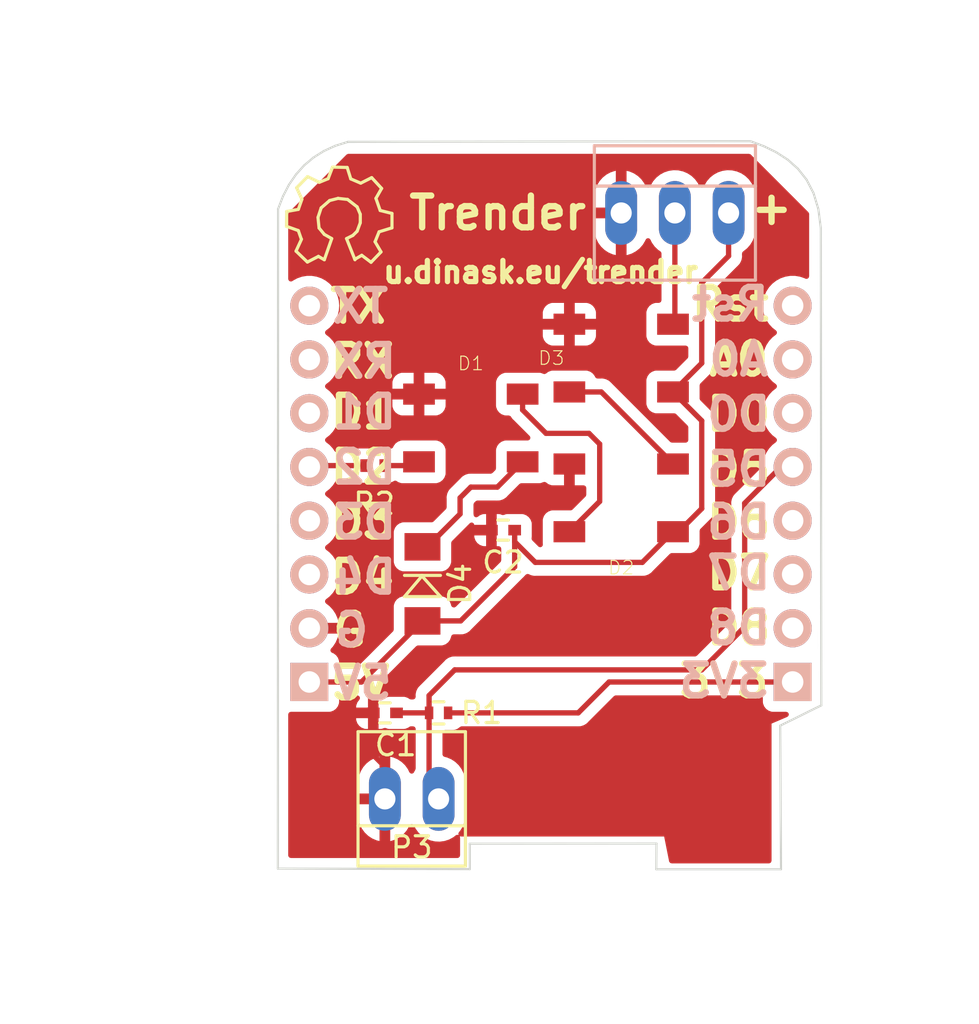
<source format=kicad_pcb>
(kicad_pcb (version 20221018) (generator pcbnew)
  (title_block (title "SweetTime") (date "2016-06-27") (rev "2.0") (company "Galilabs") (comment 1 "Fablab Lannion") (comment 2 "http://u.dinask.eu/trender"))
  (layers (0 "F.Cu" signal) (31 "B.Cu" signal) (34 "B.Paste" user) (35 "F.Paste" user) (36 "B.SilkS" user "B.Silkscreen") (37 "F.SilkS" user "F.Silkscreen") (38 "B.Mask" user) (39 "F.Mask" user) (44 "Edge.Cuts" user))
  (net 0 "")
  (net 1 "/+5V")
  (net 2 "/D4")
  (net 3 "/D3")
  (net 4 "/D2")
  (net 5 "/D1")
  (net 6 "/RX")
  (net 7 "/TX")
  (net 8 "/+3.3V")
  (net 9 "/D8")
  (net 10 "/D7")
  (net 11 "/D6")
  (net 12 "/D5")
  (net 13 "/D0")
  (net 14 "/A0")
  (net 15 "/RST")
  (net 16 "GND")
  (net 17 "Net-(D1-Pad1)")
  (net 18 "Net-(D1-Pad2)")
  (net 19 "Net-(D2-Pad2)")
  (net 20 "Net-(D3-Pad2)")
  (net 21 "Net-(D1-Pad4)")
  (footprint "D1_mini:OSHW" (layer "F.Cu") (at 128.9 82.1)
    (fp_text reference "" hide)
    (fp_text value "OSHW" hide)
    (fp_line (start -2.4892 0.32004) (end -1.9304 0.5207) (stroke (width 0.15)) (layer "F.SilkS"))
    (fp_line (start -2.47904 -0.381) (end -2.4892 0.32004) (stroke (width 0.15)) (layer "F.SilkS"))
    (fp_line (start -2.03962 1.49098) (end -1.50114 2.00914) (stroke (width 0.15)) (layer "F.SilkS"))
    (fp_line (start -2.00914 -1.50114) (end -1.76022 -0.96012) (stroke (width 0.15)) (layer "F.SilkS"))
    (fp_line (start -1.9304 -0.48006) (end -2.47904 -0.381) (stroke (width 0.15)) (layer "F.SilkS"))
    (fp_line (start -1.9304 0.5207) (end -1.7907 0.91948) (stroke (width 0.15)) (layer "F.SilkS"))
    (fp_line (start -1.78054 0.92964) (end -2.03962 1.49098) (stroke (width 0.15)) (layer "F.SilkS"))
    (fp_line (start -1.76022 -0.96012) (end -1.9304 -0.48006) (stroke (width 0.15)) (layer "F.SilkS"))
    (fp_line (start -1.50114 2.00914) (end -0.98044 1.7399) (stroke (width 0.15)) (layer "F.SilkS"))
    (fp_line (start -1.49098 -2.02946) (end -2.00914 -1.50114) (stroke (width 0.15)) (layer "F.SilkS"))
    (fp_line (start -1.00076 -0.09906) (end -0.94996 0.39878) (stroke (width 0.15)) (layer "F.SilkS"))
    (fp_line (start -0.98044 1.7399) (end -0.70104 1.89992) (stroke (width 0.15)) (layer "F.SilkS"))
    (fp_line (start -0.94996 0.39878) (end -0.70104 0.70104) (stroke (width 0.15)) (layer "F.SilkS"))
    (fp_line (start -0.9398 -1.76022) (end -1.49098 -2.02946) (stroke (width 0.15)) (layer "F.SilkS"))
    (fp_line (start -0.8509 -0.55118) (end -1.00076 -0.09906) (stroke (width 0.15)) (layer "F.SilkS"))
    (fp_line (start -0.70104 0.70104) (end -0.35052 0.89916) (stroke (width 0.15)) (layer "F.SilkS"))
    (fp_line (start -0.5207 -1.9304) (end -0.9398 -1.76022) (stroke (width 0.15)) (layer "F.SilkS"))
    (fp_line (start -0.44958 -0.89916) (end -0.8509 -0.55118) (stroke (width 0.15)) (layer "F.SilkS"))
    (fp_line (start -0.35052 0.89916) (end -0.70104 1.89992) (stroke (width 0.15)) (layer "F.SilkS"))
    (fp_line (start -0.30988 -2.47904) (end -0.5207 -1.9304) (stroke (width 0.15)) (layer "F.SilkS"))
    (fp_line (start -0.0508 -1.00076) (end -0.44958 -0.89916) (stroke (width 0.15)) (layer "F.SilkS"))
    (fp_line (start 0.35052 0.89916) (end 0.65024 0.7493) (stroke (width 0.15)) (layer "F.SilkS"))
    (fp_line (start 0.35052 0.89916) (end 0.7493 1.89992) (stroke (width 0.15)) (layer "F.SilkS"))
    (fp_line (start 0.381 -2.46126) (end -0.30988 -2.47904) (stroke (width 0.15)) (layer "F.SilkS"))
    (fp_line (start 0.39878 -0.94996) (end -0.0508 -1.00076) (stroke (width 0.15)) (layer "F.SilkS"))
    (fp_line (start 0.55118 -1.92024) (end 0.381 -2.46126) (stroke (width 0.15)) (layer "F.SilkS"))
    (fp_line (start 0.65024 0.7493) (end 0.8509 0.55118) (stroke (width 0.15)) (layer "F.SilkS"))
    (fp_line (start 0.73914 1.8796) (end 1.06934 1.6891) (stroke (width 0.15)) (layer "F.SilkS"))
    (fp_line (start 0.8509 -0.59944) (end 0.39878 -0.94996) (stroke (width 0.15)) (layer "F.SilkS"))
    (fp_line (start 0.8509 0.55118) (end 1.00076 0.14986) (stroke (width 0.15)) (layer "F.SilkS"))
    (fp_line (start 1.00076 -0.24892) (end 0.8509 -0.59944) (stroke (width 0.15)) (layer "F.SilkS"))
    (fp_line (start 1.00076 0.14986) (end 1.00076 -0.24892) (stroke (width 0.15)) (layer "F.SilkS"))
    (fp_line (start 1.02108 -1.71958) (end 0.55118 -1.92024) (stroke (width 0.15)) (layer "F.SilkS"))
    (fp_line (start 1.06934 1.6891) (end 1.50876 2.0193) (stroke (width 0.15)) (layer "F.SilkS"))
    (fp_line (start 1.50876 2.0193) (end 1.9812 1.52908) (stroke (width 0.15)) (layer "F.SilkS"))
    (fp_line (start 1.53924 -1.9812) (end 1.02108 -1.71958) (stroke (width 0.15)) (layer "F.SilkS"))
    (fp_line (start 1.69926 1.04902) (end 1.88976 0.57912) (stroke (width 0.15)) (layer "F.SilkS"))
    (fp_line (start 1.7399 -1.00076) (end 2.00914 -1.47066) (stroke (width 0.15)) (layer "F.SilkS"))
    (fp_line (start 1.88976 0.57912) (end 2.49936 0.39116) (stroke (width 0.15)) (layer "F.SilkS"))
    (fp_line (start 1.94056 -0.42926) (end 1.7399 -1.00076) (stroke (width 0.15)) (layer "F.SilkS"))
    (fp_line (start 1.9812 1.52908) (end 1.69926 1.04902) (stroke (width 0.15)) (layer "F.SilkS"))
    (fp_line (start 2.00914 -1.47066) (end 1.53924 -1.9812) (stroke (width 0.15)) (layer "F.SilkS"))
    (fp_line (start 2.49936 -0.28956) (end 1.94056 -0.42926) (stroke (width 0.15)) (layer "F.SilkS"))
    (fp_line (start 2.49936 0.39116) (end 2.49936 -0.28956) (stroke (width 0.15)) (layer "F.SilkS"))
  )
  (footprint "Capacitors_SMD:C_0402" (layer "F.Cu") (at 131.064 105.41 180)
    (fp_text reference "C1" (at -0.508 -1.524 180) (layer "F.SilkS"))
    (fp_text value "10n" hide)
    (fp_line (start -0.25 0.475) (end 0.25 0.475) (stroke (width 0.15)) (layer "F.SilkS"))
    (fp_line (start 0.25 -0.475) (end -0.25 -0.475) (stroke (width 0.15)) (layer "F.SilkS"))
    (pad "1" smd rect (at -0.55 0 180) (size 0.6 0.5) (layers "F.Cu" "F.Paste" "F.Mask") (net 12 "/D5"))
    (pad "2" smd rect (at 0.55 0 180) (size 0.6 0.5) (layers "F.Cu" "F.Paste" "F.Mask") (net 16 "GND"))
  )
  (footprint "WS2812B:LED_WS2812B" (layer "F.Cu") (at 135.128 91.948 180)
    (fp_text reference "D1" (at 0 3.048 180) (layer "F.SilkS") (effects (font (size 0.64 0.64) (thickness 0.05))))
    (fp_text value "WS2812B" hide)
    (pad "1" smd rect (at -2.45 -1.6 270) (size 1 1.5) (layers "F.Cu" "F.Paste" "F.Mask") (net 17 "Net-(D1-Pad1)"))
    (pad "2" smd rect (at -2.45 1.6 270) (size 1 1.5) (layers "F.Cu" "F.Paste" "F.Mask") (net 18 "Net-(D1-Pad2)"))
    (pad "3" smd rect (at 2.45 1.6 270) (size 1 1.5) (layers "F.Cu" "F.Paste" "F.Mask") (net 16 "GND"))
    (pad "4" smd rect (at 2.45 -1.6 270) (size 1 1.5) (layers "F.Cu" "F.Paste" "F.Mask") (net 21 "Net-(D1-Pad4)"))
  )
  (footprint "WS2812B:LED_WS2812B" (layer "F.Cu") (at 142.24 95.25 180)
    (fp_text reference "D2" (at 0 -3.302 180) (layer "F.SilkS") (effects (font (size 0.64 0.64) (thickness 0.05))))
    (fp_text value "WS2812B" hide)
    (pad "1" smd rect (at -2.45 -1.6 270) (size 1 1.5) (layers "F.Cu" "F.Paste" "F.Mask") (net 1 "/+5V"))
    (pad "2" smd rect (at -2.45 1.6 270) (size 1 1.5) (layers "F.Cu" "F.Paste" "F.Mask") (net 19 "Net-(D2-Pad2)"))
    (pad "3" smd rect (at 2.45 1.6 270) (size 1 1.5) (layers "F.Cu" "F.Paste" "F.Mask") (net 16 "GND"))
    (pad "4" smd rect (at 2.45 -1.6 270) (size 1 1.5) (layers "F.Cu" "F.Paste" "F.Mask") (net 18 "Net-(D1-Pad2)"))
  )
  (footprint "WS2812B:LED_WS2812B" (layer "F.Cu") (at 142.24 88.646 180)
    (fp_text reference "D3" (at 3.302 0 180) (layer "F.SilkS") (effects (font (size 0.64 0.64) (thickness 0.05))))
    (fp_text value "WS2812B" hide)
    (pad "1" smd rect (at -2.45 -1.6 270) (size 1 1.5) (layers "F.Cu" "F.Paste" "F.Mask") (net 1 "/+5V"))
    (pad "2" smd rect (at -2.45 1.6 270) (size 1 1.5) (layers "F.Cu" "F.Paste" "F.Mask") (net 20 "Net-(D3-Pad2)"))
    (pad "3" smd rect (at 2.45 1.6 270) (size 1 1.5) (layers "F.Cu" "F.Paste" "F.Mask") (net 16 "GND"))
    (pad "4" smd rect (at 2.45 -1.6 270) (size 1 1.5) (layers "F.Cu" "F.Paste" "F.Mask") (net 19 "Net-(D2-Pad2)"))
  )
  (footprint "Connect:PINHEAD1-2" (layer "F.Cu") (at 132.334 109.474 180)
    (fp_text reference "P3" (at 0 -2.286 180) (layer "F.SilkS"))
    (fp_text value "CONN_01X02" hide)
    (fp_line (start -2.54 -3.175) (end -2.54 3.175) (stroke (width 0.15)) (layer "F.SilkS"))
    (fp_line (start -2.54 -3.175) (end 2.54 -3.175) (stroke (width 0.15)) (layer "F.SilkS"))
    (fp_line (start 2.54 -3.175) (end 2.54 3.175) (stroke (width 0.15)) (layer "F.SilkS"))
    (fp_line (start 2.54 -1.27) (end -2.54 -1.27) (stroke (width 0.15)) (layer "F.SilkS"))
    (fp_line (start 2.54 3.175) (end -2.54 3.175) (stroke (width 0.15)) (layer "F.SilkS"))
    (pad "1" thru_hole oval (at -1.27 0 180) (size 1.50622 3.01498) (drill 0.99822) (layers "*.Cu" "*.Mask") (net 12 "/D5"))
    (pad "2" thru_hole oval (at 1.27 0 180) (size 1.50622 3.01498) (drill 0.99822) (layers "*.Cu" "*.Mask") (net 16 "GND"))
  )
  (footprint "Resistors_SMD:R_0402" (layer "F.Cu") (at 133.604 105.41 180)
    (fp_text reference "R1" (at -2.032 0 180) (layer "F.SilkS"))
    (fp_text value "10K" hide)
    (fp_line (start -0.25 0.525) (end 0.25 0.525) (stroke (width 0.15)) (layer "F.SilkS"))
    (fp_line (start 0.25 -0.525) (end -0.25 -0.525) (stroke (width 0.15)) (layer "F.SilkS"))
    (pad "1" smd rect (at -0.45 0 180) (size 0.4 0.6) (layers "F.Cu" "F.Paste" "F.Mask") (net 8 "/+3.3V"))
    (pad "2" smd rect (at 0.45 0 180) (size 0.4 0.6) (layers "F.Cu" "F.Paste" "F.Mask") (net 12 "/D5"))
  )
  (footprint "Capacitors_SMD:C_0402" (layer "F.Cu") (at 136.652 96.774 180)
    (fp_text reference "C2" (at 0 -1.524 180) (layer "F.SilkS"))
    (fp_text value "4.7u" hide)
    (fp_line (start -0.25 0.475) (end 0.25 0.475) (stroke (width 0.15)) (layer "F.SilkS"))
    (fp_line (start 0.25 -0.475) (end -0.25 -0.475) (stroke (width 0.15)) (layer "F.SilkS"))
    (pad "1" smd rect (at -0.55 0 180) (size 0.6 0.5) (layers "F.Cu" "F.Paste" "F.Mask") (net 1 "/+5V"))
    (pad "2" smd rect (at 0.55 0 180) (size 0.6 0.5) (layers "F.Cu" "F.Paste" "F.Mask") (net 16 "GND"))
  )
  (footprint "Resistors_SMD:R_0402" (layer "F.Cu") (at 130.556 93.726 180)
    (fp_text reference "R2" (at 0 -1.8 180) (layer "F.SilkS"))
    (fp_text value "470" hide)
    (fp_line (start -0.25 0.525) (end 0.25 0.525) (stroke (width 0.15)) (layer "F.SilkS"))
    (fp_line (start 0.25 -0.525) (end -0.25 -0.525) (stroke (width 0.15)) (layer "F.SilkS"))
    (pad "1" smd rect (at -0.45 0 180) (size 0.4 0.6) (layers "F.Cu" "F.Paste" "F.Mask") (net 21 "Net-(D1-Pad4)"))
    (pad "2" smd rect (at 0.45 0 180) (size 0.4 0.6) (layers "F.Cu" "F.Paste" "F.Mask") (net 4 "/D2"))
  )
  (footprint "Diodes_SMD:MiniMELF_Standard" (layer "F.Cu") (at 132.842 99.314 -90)
    (fp_text reference "D4" (at 0 -1.778 270) (layer "F.SilkS"))
    (fp_text value "1N4148" hide)
    (fp_line (start -0.40024 -0.85) (end -0.40024 0.85) (stroke (width 0.15)) (layer "F.SilkS"))
    (fp_line (start -0.40024 0.0508) (end 0.60052 -0.85) (stroke (width 0.15)) (layer "F.SilkS"))
    (fp_line (start 0.60052 -0.85) (end 0.60052 0.85) (stroke (width 0.15)) (layer "F.SilkS"))
    (fp_line (start 0.60052 0.85) (end -0.40024 0) (stroke (width 0.15)) (layer "F.SilkS"))
    (pad "1" smd rect (at -1.75006 0 270) (size 1.30048 1.69926) (layers "F.Cu" "F.Paste" "F.Mask") (net 17 "Net-(D1-Pad1)"))
    (pad "2" smd rect (at 1.75006 0 270) (size 1.30048 1.69926) (layers "F.Cu" "F.Paste" "F.Mask") (net 1 "/+5V"))
  )
  (footprint "D1_mini:D1_mini_Pin_Header" (layer "B.Cu") (at 127.49 103.95)
    (fp_text reference "P1" hide)
    (fp_text value "CONN_01X08" hide)
    (pad "1" thru_hole rect (at 0 0) (size 1.8 1.8) (drill 1.016) (layers "*.Cu" "*.Mask" "B.SilkS") (net 1 "/+5V"))
    (pad "2" thru_hole oval (at 0 -2.54) (size 1.8 1.8) (drill 1.016) (layers "*.Cu" "*.Mask" "B.SilkS") (net 16 "GND"))
    (pad "3" thru_hole oval (at 0 -5.08) (size 1.8 1.8) (drill 1.016) (layers "*.Cu" "*.Mask" "B.SilkS") (net 2 "/D4"))
    (pad "4" thru_hole oval (at 0 -7.62) (size 1.8 1.8) (drill 1.016) (layers "*.Cu" "*.Mask" "B.SilkS") (net 3 "/D3"))
    (pad "5" thru_hole oval (at 0 -10.16) (size 1.8 1.8) (drill 1.016) (layers "*.Cu" "*.Mask" "B.SilkS") (net 4 "/D2"))
    (pad "6" thru_hole oval (at 0 -12.7) (size 1.8 1.8) (drill 1.016) (layers "*.Cu" "*.Mask" "B.SilkS") (net 5 "/D1"))
    (pad "7" thru_hole oval (at 0 -15.24) (size 1.8 1.8) (drill 1.016) (layers "*.Cu" "*.Mask" "B.SilkS") (net 6 "/RX"))
    (pad "8" thru_hole oval (at 0 -17.78) (size 1.8 1.8) (drill 1.016) (layers "*.Cu" "*.Mask" "B.SilkS") (net 7 "/TX"))
  )
  (footprint "D1_mini:D1_mini_Pin_Header" (layer "B.Cu") (at 150.35 103.95)
    (fp_text reference "P2" hide)
    (fp_text value "CONN_01X08" hide)
    (pad "1" thru_hole rect (at 0 0) (size 1.8 1.8) (drill 1.016) (layers "*.Cu" "*.Mask" "B.SilkS") (net 8 "/+3.3V"))
    (pad "2" thru_hole oval (at 0 -2.54) (size 1.8 1.8) (drill 1.016) (layers "*.Cu" "*.Mask" "B.SilkS") (net 9 "/D8"))
    (pad "3" thru_hole oval (at 0 -5.08) (size 1.8 1.8) (drill 1.016) (layers "*.Cu" "*.Mask" "B.SilkS") (net 10 "/D7"))
    (pad "4" thru_hole oval (at 0 -7.62) (size 1.8 1.8) (drill 1.016) (layers "*.Cu" "*.Mask" "B.SilkS") (net 11 "/D6"))
    (pad "5" thru_hole oval (at 0 -10.16) (size 1.8 1.8) (drill 1.016) (layers "*.Cu" "*.Mask" "B.SilkS") (net 12 "/D5"))
    (pad "6" thru_hole oval (at 0 -12.7) (size 1.8 1.8) (drill 1.016) (layers "*.Cu" "*.Mask" "B.SilkS") (net 13 "/D0"))
    (pad "7" thru_hole oval (at 0 -15.24) (size 1.8 1.8) (drill 1.016) (layers "*.Cu" "*.Mask" "B.SilkS") (net 14 "/A0"))
    (pad "8" thru_hole oval (at 0 -17.78) (size 1.8 1.8) (drill 1.016) (layers "*.Cu" "*.Mask" "B.SilkS") (net 15 "/RST"))
  )
  (footprint "Connect:PINHEAD1-3" (layer "B.Cu") (at 144.78 81.788 180)
    (fp_text reference "P4" hide)
    (fp_text value "CONN_01X03" hide)
    (fp_line (start -3.81 3.175) (end -3.81 -3.175) (stroke (width 0.15)) (layer "B.SilkS"))
    (fp_line (start -3.81 3.175) (end 3.81 3.175) (stroke (width 0.15)) (layer "B.SilkS"))
    (fp_line (start 3.81 -3.175) (end -3.81 -3.175) (stroke (width 0.15)) (layer "B.SilkS"))
    (fp_line (start 3.81 1.27) (end -3.81 1.27) (stroke (width 0.15)) (layer "B.SilkS"))
    (fp_line (start 3.81 3.175) (end 3.81 -3.175) (stroke (width 0.15)) (layer "B.SilkS"))
    (pad "1" thru_hole oval (at -2.54 0 180) (size 1.50622 3.01498) (drill 0.99822) (layers "*.Cu" "*.Mask") (net 1 "/+5V"))
    (pad "2" thru_hole oval (at 0 0 180) (size 1.50622 3.01498) (drill 0.99822) (layers "*.Cu" "*.Mask") (net 20 "Net-(D3-Pad2)"))
    (pad "3" thru_hole oval (at 2.54 0 180) (size 1.50622 3.01498) (drill 0.99822) (layers "*.Cu" "*.Mask") (net 16 "GND"))
  )
  (gr_line (start 150.596503 79.695342) (end 151.009595 80.21854) (stroke (width 0.1)) (layer "Edge.Cuts"))
  (gr_line (start 126.530099 80.448833) (end 126.864747 79.962423) (stroke (width 0.1)) (layer "Edge.Cuts"))
  (gr_line (start 148.36046 78.398266) (end 148.979824 78.632259) (stroke (width 0.1)) (layer "Edge.Cuts"))
  (gr_line (start 126.246616 80.993714) (end 126.530099 80.448833) (stroke (width 0.1)) (layer "Edge.Cuts"))
  (gr_line (start 148.979824 78.632259) (end 149.568018 78.916742) (stroke (width 0.1)) (layer "Edge.Cuts"))
  (gr_line (start 151.565482 81.605425) (end 151.681078 82.498193) (stroke (width 0.1)) (layer "Edge.Cuts"))
  (gr_line (start 126.013805 81.596507) (end 126.246616 80.993714) (stroke (width 0.1)) (layer "Edge.Cuts"))
  (gr_line (start 151.681078 82.498193) (end 151.706026 105.053285) (stroke (width 0.1)) (layer "Edge.Cuts"))
  (gr_line (start 151.337122 80.850387) (end 151.565482 81.605425) (stroke (width 0.1)) (layer "Edge.Cuts"))
  (gr_line (start 149.568018 78.916742) (end 150.111445 79.266257) (stroke (width 0.1)) (layer "Edge.Cuts"))
  (gr_line (start 143.9 112.8) (end 143.909849 111.583795) (stroke (width 0.1)) (layer "Edge.Cuts"))
  (gr_line (start 151.009595 80.21854) (end 151.337122 80.850387) (stroke (width 0.1)) (layer "Edge.Cuts"))
  (gr_line (start 150.111445 79.266257) (end 150.596503 79.695342) (stroke (width 0.1)) (layer "Edge.Cuts"))
  (gr_line (start 128.72475 78.61269) (end 129.322547 78.427024) (stroke (width 0.1)) (layer "Edge.Cuts"))
  (gr_line (start 127.689488 79.167259) (end 128.18056 78.859623) (stroke (width 0.1)) (layer "Edge.Cuts"))
  (gr_line (start 125.999807 112.766658) (end 126.013805 81.596507) (stroke (width 0.1)) (layer "Edge.Cuts"))
  (gr_line (start 143.909849 111.583795) (end 135.078627 111.590483) (stroke (width 0.1)) (layer "Edge.Cuts"))
  (gr_line (start 149.8 112.8) (end 143.9 112.8) (stroke (width 0.1)) (layer "Edge.Cuts"))
  (gr_line (start 126.864747 79.962423) (end 127.251047 79.535048) (stroke (width 0.1)) (layer "Edge.Cuts"))
  (gr_line (start 135.080603 112.792736) (end 125.999807 112.766658) (stroke (width 0.1)) (layer "Edge.Cuts"))
  (gr_line (start 127.251047 79.535048) (end 127.689488 79.167259) (stroke (width 0.1)) (layer "Edge.Cuts"))
  (gr_line (start 135.078627 111.590483) (end 135.080603 112.792736) (stroke (width 0.1)) (layer "Edge.Cuts"))
  (gr_line (start 129.322547 78.427024) (end 148.36046 78.398266) (stroke (width 0.1)) (layer "Edge.Cuts"))
  (gr_line (start 128.18056 78.859623) (end 128.72475 78.61269) (stroke (width 0.1)) (layer "Edge.Cuts"))
  (gr_line (start 149.76248 106.014181) (end 149.8 112.8) (stroke (width 0.1)) (layer "Edge.Cuts"))
  (gr_line (start 151.706026 105.053285) (end 149.76248 106.014181) (stroke (width 0.1)) (layer "Edge.Cuts"))
  (gr_text "TX" (at 129.9 86.2) (layer "B.SilkS") (effects (font (size 1.5 1.5) (thickness 0.3)) (justify mirror)))
  (gr_text "RX" (at 130.1 88.8) (layer "B.SilkS") (effects (font (size 1.5 1.5) (thickness 0.3)) (justify mirror)))
  (gr_text "D1" (at 130.1 91.2) (layer "B.SilkS") (effects (font (size 1.5 1.5) (thickness 0.3)) (justify mirror)))
  (gr_text "D2" (at 130.1 93.8) (layer "B.SilkS") (effects (font (size 1.5 1.5) (thickness 0.3)) (justify mirror)))
  (gr_text "D3" (at 130.1 96.4) (layer "B.SilkS") (effects (font (size 1.5 1.5) (thickness 0.3)) (justify mirror)))
  (gr_text "D4" (at 130.1 99) (layer "B.SilkS") (effects (font (size 1.5 1.5) (thickness 0.3)) (justify mirror)))
  (gr_text "G" (at 129.5 101.5) (layer "B.SilkS") (effects (font (size 1.5 1.5) (thickness 0.3)) (justify mirror)))
  (gr_text "5V" (at 130 104) (layer "B.SilkS") (effects (font (size 1.5 1.5) (thickness 0.3)) (justify mirror)))
  (gr_text "Rst" (at 147.4 86.1) (layer "B.SilkS") (effects (font (size 1.5 1.5) (thickness 0.3)) (justify mirror)))
  (gr_text "A0" (at 147.8 88.7) (layer "B.SilkS") (effects (font (size 1.5 1.5) (thickness 0.3)) (justify mirror)))
  (gr_text "D0" (at 147.8 91.3) (layer "B.SilkS") (effects (font (size 1.5 1.5) (thickness 0.3)) (justify mirror)))
  (gr_text "D5" (at 147.8 93.9) (layer "B.SilkS") (effects (font (size 1.5 1.5) (thickness 0.3)) (justify mirror)))
  (gr_text "D6" (at 147.8 96.4) (layer "B.SilkS") (effects (font (size 1.5 1.5) (thickness 0.3)) (justify mirror)))
  (gr_text "D7" (at 147.8 98.8) (layer "B.SilkS") (effects (font (size 1.5 1.5) (thickness 0.3)) (justify mirror)))
  (gr_text "D8" (at 147.8 101.4) (layer "B.SilkS") (effects (font (size 1.5 1.5) (thickness 0.3)) (justify mirror)))
  (gr_text "3V3" (at 147.1 103.9) (layer "B.SilkS") (effects (font (size 1.5 1.5) (thickness 0.3)) (justify mirror)))
  (gr_text "D8" (at 147.8 101.4) (layer "F.SilkS") (effects (font (size 1.5 1.5) (thickness 0.3))))
  (gr_text "A0" (at 147.8 88.7) (layer "F.SilkS") (effects (font (size 1.5 1.5) (thickness 0.3))))
  (gr_text "3V3" (at 147.1 103.9) (layer "F.SilkS") (effects (font (size 1.5 1.5) (thickness 0.3))))
  (gr_text "G" (at 129.4 101.5) (layer "F.SilkS") (effects (font (size 1.5 1.5) (thickness 0.3))))
  (gr_text "Rst" (at 147.4 86.1) (layer "F.SilkS") (effects (font (size 1.5 1.5) (thickness 0.3))))
  (gr_text "5V" (at 129.9 104) (layer "F.SilkS") (effects (font (size 1.5 1.5) (thickness 0.3))))
  (gr_text "D2" (at 130 93.8) (layer "F.SilkS") (effects (font (size 1.5 1.5) (thickness 0.3))))
  (gr_text "Trender" (at 136.398 81.788) (layer "F.SilkS") (effects (font (size 1.5 1.5) (thickness 0.3))))
  (gr_text "D5" (at 147.8 93.9) (layer "F.SilkS") (effects (font (size 1.5 1.5) (thickness 0.3))))
  (gr_text "u.dinask.eu/trender" (at 138.43 84.582) (layer "F.SilkS") (effects (font (size 1 1) (thickness 0.25))))
  (gr_text "D6" (at 147.8 96.4) (layer "F.SilkS") (effects (font (size 1.5 1.5) (thickness 0.3))))
  (gr_text "D4" (at 130 99) (layer "F.SilkS") (effects (font (size 1.5 1.5) (thickness 0.3))))
  (gr_text "TX" (at 129.8 86.2) (layer "F.SilkS") (effects (font (size 1.5 1.5) (thickness 0.3))))
  (gr_text "D0" (at 147.8 91.3) (layer "F.SilkS") (effects (font (size 1.5 1.5) (thickness 0.3))))
  (gr_text "D1" (at 130 91.2) (layer "F.SilkS") (effects (font (size 1.5 1.5) (thickness 0.3))))
  (gr_text "RX" (at 130 88.8) (layer "F.SilkS") (effects (font (size 1.5 1.5) (thickness 0.3))))
  (gr_text "D3" (at 130 96.4) (layer "F.SilkS") (effects (font (size 1.5 1.5) (thickness 0.3))))
  (gr_text "+" (at 149.352 81.534) (layer "F.SilkS") (effects (font (size 1.5 1.5) (thickness 0.3))))
  (gr_text "D7" (at 147.8 98.8) (layer "F.SilkS") (effects (font (size 1.5 1.5) (thickness 0.3))))
  (segment (start 129.95606 103.95) (end 132.842 101.06406) (width 0.25) (layer "F.Cu") (net 1))
  (segment (start 144.958 96.85) (end 146.05 95.758) (width 0.25) (layer "F.Cu") (net 1))
  (segment (start 146.05 95.758) (end 146.05 91.606) (width 0.25) (layer "F.Cu") (net 1))
  (segment (start 146.05 91.606) (end 144.69 90.246) (width 0.25) (layer "F.Cu") (net 1))
  (segment (start 137.202 98.51) (end 134.64794 101.06406) (width 0.25) (layer "F.Cu") (net 1))
  (segment (start 134.64794 101.06406) (end 132.842 101.06406) (width 0.25) (layer "F.Cu") (net 1))
  (segment (start 137.202 97.324) (end 138.176 98.298) (width 0.25) (layer "F.Cu") (net 1))
  (segment (start 138.176 98.298) (end 143.242 98.298) (width 0.25) (layer "F.Cu") (net 1))
  (segment (start 143.242 98.298) (end 144.69 96.85) (width 0.25) (layer "F.Cu") (net 1))
  (segment (start 147.32 83.82) (end 146.05 85.09) (width 0.25) (layer "F.Cu") (net 1))
  (segment (start 146.05 85.09) (end 146.05 88.886) (width 0.25) (layer "F.Cu") (net 1))
  (segment (start 146.05 88.886) (end 144.69 90.246) (width 0.25) (layer "F.Cu") (net 1))
  (segment (start 132.842 101.06406) (end 133.12394 101.06406) (width 0.25) (layer "F.Cu") (net 1))
  (segment (start 147.32 81.788) (end 147.32 83.82) (width 0.25) (layer "F.Cu") (net 1))
  (segment (start 144.69 96.85) (end 144.958 96.85) (width 0.25) (layer "F.Cu") (net 1))
  (segment (start 137.202 96.774) (end 137.202 97.324) (width 0.25) (layer "F.Cu") (net 1))
  (segment (start 144.69 90.246) (end 145.212 90.246) (width 0.25) (layer "F.Cu") (net 1))
  (segment (start 127.49 103.95) (end 129.95606 103.95) (width 0.25) (layer "F.Cu") (net 1))
  (segment (start 137.202 96.774) (end 137.202 98.51) (width 0.25) (layer "F.Cu") (net 1))
  (segment (start 127.554 93.726) (end 127.49 93.79) (width 0.25) (layer "F.Cu") (net 4))
  (segment (start 130.106 93.726) (end 127.554 93.726) (width 0.25) (layer "F.Cu") (net 4))
  (segment (start 140.208 105.41) (end 141.668 103.95) (width 0.25) (layer "F.Cu") (net 8))
  (segment (start 141.668 103.95) (end 150.35 103.95) (width 0.25) (layer "F.Cu") (net 8))
  (segment (start 134.054 105.41) (end 140.208 105.41) (width 0.25) (layer "F.Cu") (net 8))
  (segment (start 133.154 109.024) (end 133.604 109.474) (width 0.25) (layer "F.Cu") (net 12))
  (segment (start 149.796 93.79) (end 148.082 95.504) (width 0.25) (layer "F.Cu") (net 12))
  (segment (start 148.082 95.504) (end 148.082 101.346) (width 0.25) (layer "F.Cu") (net 12))
  (segment (start 148.082 101.346) (end 146.05 103.378) (width 0.25) (layer "F.Cu") (net 12))
  (segment (start 146.05 103.378) (end 134.366 103.378) (width 0.25) (layer "F.Cu") (net 12))
  (segment (start 134.366 103.378) (end 133.154 104.59) (width 0.25) (layer "F.Cu") (net 12))
  (segment (start 133.154 104.59) (end 133.154 105.41) (width 0.25) (layer "F.Cu") (net 12))
  (segment (start 131.614 105.41) (end 133.154 105.41) (width 0.25) (layer "F.Cu") (net 12))
  (segment (start 133.154 105.41) (end 133.154 109.024) (width 0.25) (layer "F.Cu") (net 12))
  (segment (start 150.35 93.79) (end 149.796 93.79) (width 0.25) (layer "F.Cu") (net 12))
  (segment (start 131.064 107.95) (end 130.514 107.4) (width 0.25) (layer "F.Cu") (net 16))
  (segment (start 130.514 107.4) (end 130.514 105.41) (width 0.25) (layer "F.Cu") (net 16))
  (segment (start 127.49 101.41) (end 127.952 101.41) (width 0.25) (layer "F.Cu") (net 16))
  (segment (start 131.064 109.474) (end 131.064 107.95) (width 0.25) (layer "F.Cu") (net 16))
  (segment (start 133.06806 97.56394) (end 134.62 96.012) (width 0.25) (layer "F.Cu") (net 17))
  (segment (start 134.62 96.012) (end 134.62 95.25) (width 0.25) (layer "F.Cu") (net 17))
  (segment (start 134.62 95.25) (end 135.128 94.742) (width 0.25) (layer "F.Cu") (net 17))
  (segment (start 135.128 94.742) (end 136.384 94.742) (width 0.25) (layer "F.Cu") (net 17))
  (segment (start 136.384 94.742) (end 137.578 93.548) (width 0.25) (layer "F.Cu") (net 17))
  (segment (start 132.842 97.56394) (end 133.06806 97.56394) (width 0.25) (layer "F.Cu") (net 17))
  (segment (start 137.578 91.096) (end 138.684 92.202) (width 0.25) (layer "F.Cu") (net 18))
  (segment (start 138.684 92.202) (end 140.716 92.202) (width 0.25) (layer "F.Cu") (net 18))
  (segment (start 140.716 92.202) (end 141.224 92.71) (width 0.25) (layer "F.Cu") (net 18))
  (segment (start 141.224 92.71) (end 141.224 95.416) (width 0.25) (layer "F.Cu") (net 18))
  (segment (start 141.224 95.416) (end 139.79 96.85) (width 0.25) (layer "F.Cu") (net 18))
  (segment (start 137.578 90.348) (end 137.578 91.096) (width 0.25) (layer "F.Cu") (net 18))
  (segment (start 141.3 90.246) (end 144.69 93.636) (width 0.25) (layer "F.Cu") (net 19))
  (segment (start 144.69 93.636) (end 144.69 93.65) (width 0.25) (layer "F.Cu") (net 19))
  (segment (start 139.79 90.246) (end 141.3 90.246) (width 0.25) (layer "F.Cu") (net 19))
  (segment (start 144.78 86.956) (end 144.69 87.046) (width 0.25) (layer "F.Cu") (net 20))
  (segment (start 144.78 81.788) (end 144.78 86.956) (width 0.25) (layer "F.Cu") (net 20))
  (segment (start 132.436 93.79) (end 132.678 93.548) (width 0.25) (layer "F.Cu") (net 21))
  (segment (start 132.5 93.726) (end 132.678 93.548) (width 0.25) (layer "F.Cu") (net 21))
  (segment (start 131.006 93.726) (end 132.5 93.726) (width 0.25) (layer "F.Cu") (net 21))
  (zone (net 16) (net_name "GND") (layer "F.Cu") (connect_pads (clearance 0.508)) (min_thickness 0.254) (fill yes (thermal_gap 0.508) (thermal_bridge_width 0.508))
    (polygon (pts (xy 126.492 81.788) (xy 129.286 78.994) (xy 148.336 78.994) (xy 151.13 81.788) (xy 151.13 105.156) (xy 149.352 105.918) (xy 149.352 112.522) (xy 144.526 112.522) (xy 144.272 111.252) (xy 134.62 111.252) (xy 134.62 112.268) (xy 126.492 112.268)))
  )
)
</source>
